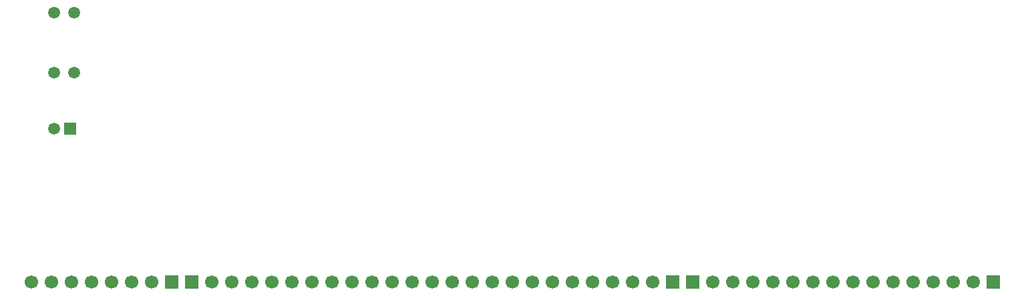
<source format=gbs>
%TF.GenerationSoftware,KiCad,Pcbnew,9.0.2*%
%TF.CreationDate,2025-06-25T20:29:13+02:00*%
%TF.ProjectId,W65C816 Debug Display,57363543-3831-4362-9044-656275672044,V1*%
%TF.SameCoordinates,Original*%
%TF.FileFunction,Soldermask,Bot*%
%TF.FilePolarity,Negative*%
%FSLAX46Y46*%
G04 Gerber Fmt 4.6, Leading zero omitted, Abs format (unit mm)*
G04 Created by KiCad (PCBNEW 9.0.2) date 2025-06-25 20:29:13*
%MOMM*%
%LPD*%
G01*
G04 APERTURE LIST*
%ADD10R,1.500000X1.500000*%
%ADD11C,1.500000*%
%ADD12C,1.509000*%
%ADD13R,1.700000X1.700000*%
%ADD14C,1.700000*%
G04 APERTURE END LIST*
D10*
%TO.C,C1*%
X4619500Y19164500D03*
D11*
X2619500Y19164500D03*
%TD*%
D12*
%TO.C,S2*%
X5127500Y33896500D03*
X2587500Y33896500D03*
X2587500Y26276500D03*
X5127500Y26276500D03*
%TD*%
D13*
%TO.C,J1*%
X83502500Y-317500D03*
%TD*%
%TO.C,J2*%
X20002500Y-317500D03*
%TD*%
%TO.C,J3*%
X80962500Y-317500D03*
D14*
X78422500Y-317500D03*
X75882500Y-317500D03*
X73342500Y-317500D03*
X70802500Y-317500D03*
X68262500Y-317500D03*
X65722500Y-317500D03*
X63182500Y-317500D03*
X60642500Y-317500D03*
X58102500Y-317500D03*
X55562500Y-317500D03*
X53022500Y-317500D03*
X50482500Y-317500D03*
X47942500Y-317500D03*
X45402500Y-317500D03*
X42862500Y-317500D03*
X40322500Y-317500D03*
X37782500Y-317500D03*
X35242500Y-317500D03*
X32702500Y-317500D03*
X30162500Y-317500D03*
X27622500Y-317500D03*
X25082500Y-317500D03*
X22542500Y-317500D03*
%TD*%
D13*
%TO.C,J4*%
X17462500Y-317500D03*
D14*
X14922500Y-317500D03*
X12382500Y-317500D03*
X9842500Y-317500D03*
X7302500Y-317500D03*
X4762500Y-317500D03*
X2222500Y-317500D03*
X-317500Y-317500D03*
%TD*%
D13*
%TO.C,J5*%
X121602500Y-317500D03*
D14*
X119062500Y-317500D03*
X116522500Y-317500D03*
X113982500Y-317500D03*
X111442500Y-317500D03*
X108902500Y-317500D03*
X106362500Y-317500D03*
X103822500Y-317500D03*
X101282500Y-317500D03*
X98742500Y-317500D03*
X96202500Y-317500D03*
X93662500Y-317500D03*
X91122500Y-317500D03*
X88582500Y-317500D03*
X86042500Y-317500D03*
%TD*%
M02*

</source>
